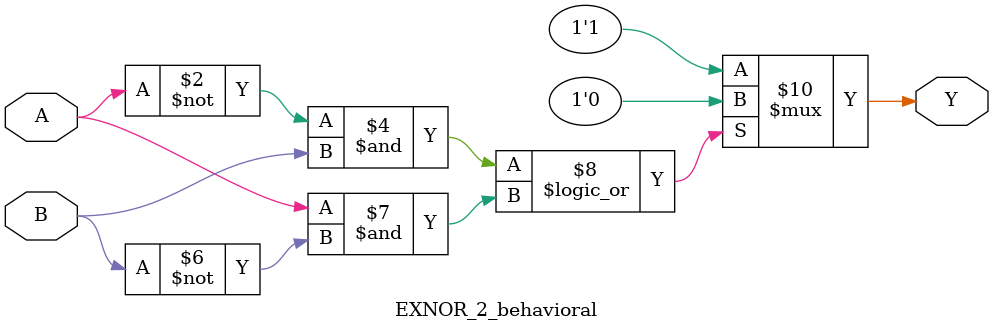
<source format=v>
module EXNOR_2_behavioral (output reg Y, input A, B);
always @ (A or B) 
begin
  if ((A == 1'b0 & B == 1'b1)||(A == 1'b1 & B == 1'b0)) 
  begin
       Y = 1'b0;
   end
   else 
       Y = 1'b1; 
end
endmodule

</source>
